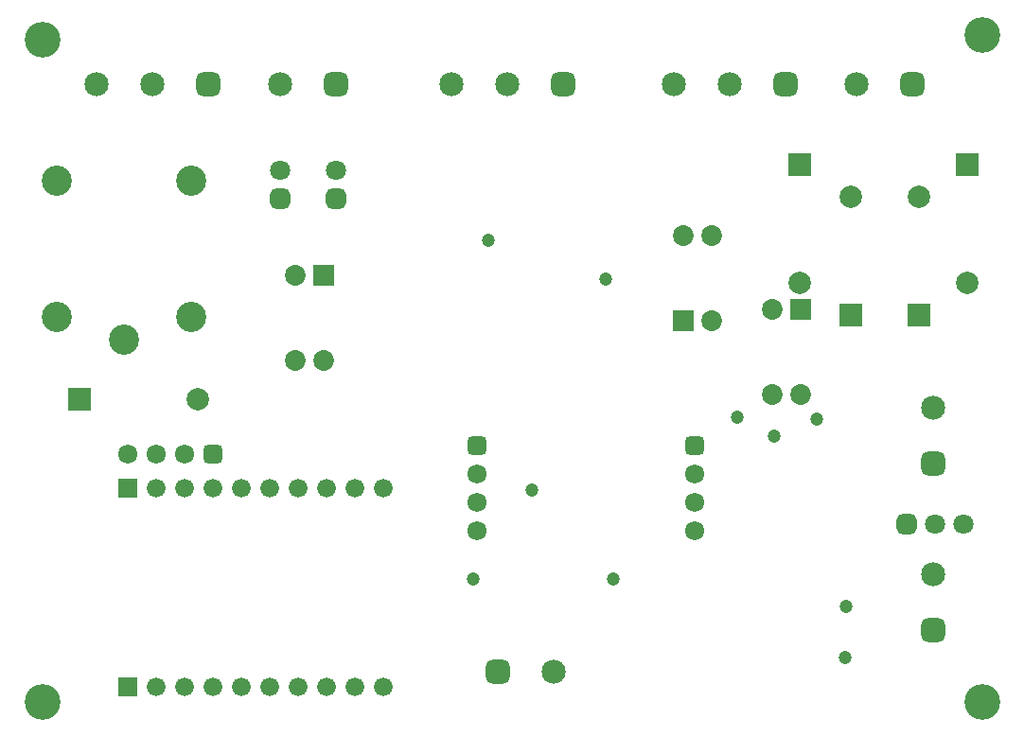
<source format=gbs>
G04*
G04 #@! TF.GenerationSoftware,Altium Limited,Altium Designer,24.5.2 (23)*
G04*
G04 Layer_Color=16711935*
%FSLAX24Y24*%
%MOIN*%
G70*
G04*
G04 #@! TF.SameCoordinates,4401697E-1760-462A-BA91-34E0085D76CE*
G04*
G04*
G04 #@! TF.FilePolarity,Negative*
G04*
G01*
G75*
%ADD50C,0.1064*%
%ADD51C,0.0789*%
%ADD52R,0.0789X0.0789*%
%ADD53C,0.0848*%
G04:AMPARAMS|DCode=54|XSize=84.8mil|YSize=84.8mil|CornerRadius=23.2mil|HoleSize=0mil|Usage=FLASHONLY|Rotation=180.000|XOffset=0mil|YOffset=0mil|HoleType=Round|Shape=RoundedRectangle|*
%AMROUNDEDRECTD54*
21,1,0.0848,0.0384,0,0,180.0*
21,1,0.0384,0.0848,0,0,180.0*
1,1,0.0464,-0.0192,0.0192*
1,1,0.0464,0.0192,0.0192*
1,1,0.0464,0.0192,-0.0192*
1,1,0.0464,-0.0192,-0.0192*
%
%ADD54ROUNDEDRECTD54*%
%ADD55C,0.0730*%
%ADD56R,0.0730X0.0730*%
G04:AMPARAMS|DCode=57|XSize=71mil|YSize=71mil|CornerRadius=19.7mil|HoleSize=0mil|Usage=FLASHONLY|Rotation=0.000|XOffset=0mil|YOffset=0mil|HoleType=Round|Shape=RoundedRectangle|*
%AMROUNDEDRECTD57*
21,1,0.0710,0.0315,0,0,0.0*
21,1,0.0315,0.0710,0,0,0.0*
1,1,0.0395,0.0157,-0.0157*
1,1,0.0395,-0.0157,-0.0157*
1,1,0.0395,-0.0157,0.0157*
1,1,0.0395,0.0157,0.0157*
%
%ADD57ROUNDEDRECTD57*%
%ADD58C,0.0710*%
G04:AMPARAMS|DCode=59|XSize=84.8mil|YSize=84.8mil|CornerRadius=23.2mil|HoleSize=0mil|Usage=FLASHONLY|Rotation=90.000|XOffset=0mil|YOffset=0mil|HoleType=Round|Shape=RoundedRectangle|*
%AMROUNDEDRECTD59*
21,1,0.0848,0.0384,0,0,90.0*
21,1,0.0384,0.0848,0,0,90.0*
1,1,0.0464,0.0192,0.0192*
1,1,0.0464,0.0192,-0.0192*
1,1,0.0464,-0.0192,-0.0192*
1,1,0.0464,-0.0192,0.0192*
%
%ADD59ROUNDEDRECTD59*%
%ADD60R,0.0660X0.0660*%
%ADD61C,0.0660*%
G04:AMPARAMS|DCode=62|XSize=71mil|YSize=71mil|CornerRadius=19.7mil|HoleSize=0mil|Usage=FLASHONLY|Rotation=90.000|XOffset=0mil|YOffset=0mil|HoleType=Round|Shape=RoundedRectangle|*
%AMROUNDEDRECTD62*
21,1,0.0710,0.0315,0,0,90.0*
21,1,0.0315,0.0710,0,0,90.0*
1,1,0.0395,0.0157,0.0157*
1,1,0.0395,0.0157,-0.0157*
1,1,0.0395,-0.0157,-0.0157*
1,1,0.0395,-0.0157,0.0157*
%
%ADD62ROUNDEDRECTD62*%
%ADD63C,0.1261*%
%ADD64R,0.0789X0.0789*%
%ADD65C,0.0678*%
G04:AMPARAMS|DCode=66|XSize=67.8mil|YSize=67.8mil|CornerRadius=19mil|HoleSize=0mil|Usage=FLASHONLY|Rotation=270.000|XOffset=0mil|YOffset=0mil|HoleType=Round|Shape=RoundedRectangle|*
%AMROUNDEDRECTD66*
21,1,0.0678,0.0299,0,0,270.0*
21,1,0.0299,0.0678,0,0,270.0*
1,1,0.0379,-0.0150,-0.0150*
1,1,0.0379,-0.0150,0.0150*
1,1,0.0379,0.0150,0.0150*
1,1,0.0379,0.0150,-0.0150*
%
%ADD66ROUNDEDRECTD66*%
G04:AMPARAMS|DCode=67|XSize=67.8mil|YSize=67.8mil|CornerRadius=19mil|HoleSize=0mil|Usage=FLASHONLY|Rotation=180.000|XOffset=0mil|YOffset=0mil|HoleType=Round|Shape=RoundedRectangle|*
%AMROUNDEDRECTD67*
21,1,0.0678,0.0299,0,0,180.0*
21,1,0.0299,0.0678,0,0,180.0*
1,1,0.0379,-0.0150,0.0150*
1,1,0.0379,0.0150,0.0150*
1,1,0.0379,0.0150,-0.0150*
1,1,0.0379,-0.0150,-0.0150*
%
%ADD67ROUNDEDRECTD67*%
%ADD68C,0.0474*%
D50*
X4212Y19191D02*
D03*
X-512D02*
D03*
X4212Y14387D02*
D03*
X-512D02*
D03*
X1850Y13600D02*
D03*
D51*
X25650Y15575D02*
D03*
X4450Y11500D02*
D03*
X29850Y18623D02*
D03*
X31550Y15575D02*
D03*
X27450Y18623D02*
D03*
D52*
X25650Y19748D02*
D03*
X29850Y14450D02*
D03*
X31550Y19748D02*
D03*
X27450Y14450D02*
D03*
D53*
X27666Y22600D02*
D03*
X30350Y11184D02*
D03*
Y5334D02*
D03*
X882Y22600D02*
D03*
X2850D02*
D03*
X7366D02*
D03*
X13397D02*
D03*
X15366D02*
D03*
X16984Y1900D02*
D03*
X23182Y22600D02*
D03*
X21213D02*
D03*
D54*
X29634D02*
D03*
X4818D02*
D03*
X9334D02*
D03*
X17334D02*
D03*
X15016Y1900D02*
D03*
X25150Y22600D02*
D03*
D55*
X25700Y11650D02*
D03*
X24700D02*
D03*
Y14650D02*
D03*
X8900Y12850D02*
D03*
X7900D02*
D03*
Y15850D02*
D03*
X21550Y17250D02*
D03*
X22550D02*
D03*
Y14250D02*
D03*
D56*
X25700Y14650D02*
D03*
X8900Y15850D02*
D03*
X21550Y14250D02*
D03*
D57*
X29425Y7100D02*
D03*
D58*
X30425D02*
D03*
X31425D02*
D03*
X9334Y19550D02*
D03*
X7366D02*
D03*
D59*
X30350Y9216D02*
D03*
Y3366D02*
D03*
D60*
X2000Y1350D02*
D03*
Y8350D02*
D03*
D61*
X3000Y1350D02*
D03*
X4000D02*
D03*
X5000D02*
D03*
X6000D02*
D03*
X7000D02*
D03*
X8000D02*
D03*
X9000D02*
D03*
X10000D02*
D03*
X11000D02*
D03*
X3000Y8350D02*
D03*
X4000D02*
D03*
X5000D02*
D03*
X6000D02*
D03*
X7000D02*
D03*
X8000D02*
D03*
X9000D02*
D03*
X10000D02*
D03*
X11000D02*
D03*
D62*
X9334Y18550D02*
D03*
X7366D02*
D03*
D63*
X-1023Y835D02*
D03*
X32071D02*
D03*
Y24316D02*
D03*
X-1023Y24166D02*
D03*
D64*
X277Y11500D02*
D03*
D65*
X21950Y8850D02*
D03*
Y7850D02*
D03*
Y6850D02*
D03*
X2000Y9550D02*
D03*
X3000D02*
D03*
X4000D02*
D03*
X14300Y8850D02*
D03*
Y7850D02*
D03*
Y6850D02*
D03*
D66*
X21950Y9850D02*
D03*
X14300D02*
D03*
D67*
X5000Y9550D02*
D03*
D68*
X23450Y10850D02*
D03*
X16220Y8280D02*
D03*
X24750Y10200D02*
D03*
X27250Y2400D02*
D03*
X14163Y5163D02*
D03*
X19087D02*
D03*
X18836Y15720D02*
D03*
X26250Y10800D02*
D03*
X27300Y4172D02*
D03*
X14700Y17100D02*
D03*
M02*

</source>
